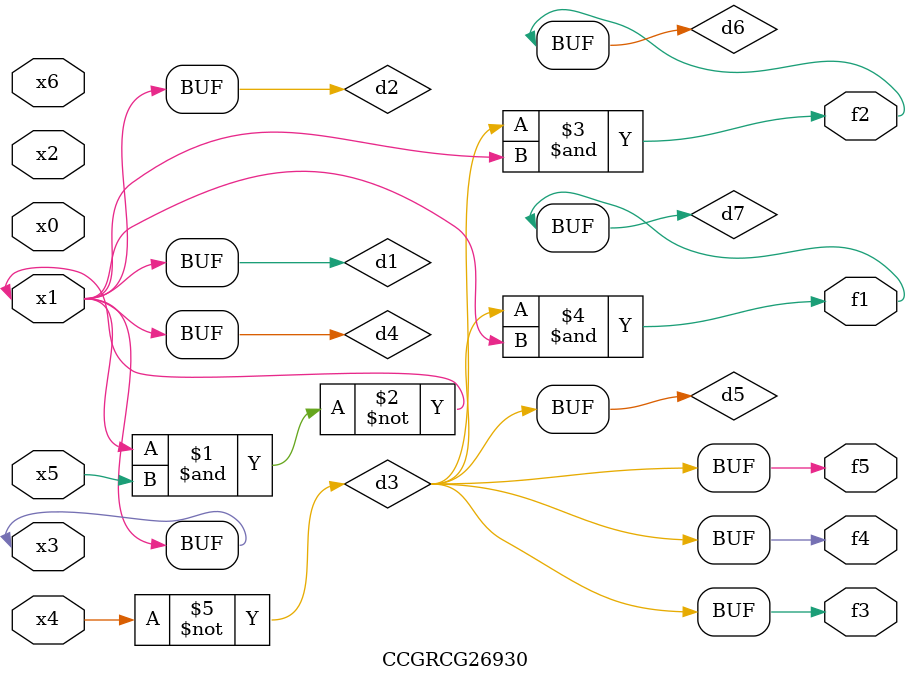
<source format=v>
module CCGRCG26930(
	input x0, x1, x2, x3, x4, x5, x6,
	output f1, f2, f3, f4, f5
);

	wire d1, d2, d3, d4, d5, d6, d7;

	buf (d1, x1, x3);
	nand (d2, x1, x5);
	not (d3, x4);
	buf (d4, d1, d2);
	buf (d5, d3);
	and (d6, d3, d4);
	and (d7, d3, d4);
	assign f1 = d7;
	assign f2 = d6;
	assign f3 = d5;
	assign f4 = d5;
	assign f5 = d5;
endmodule

</source>
